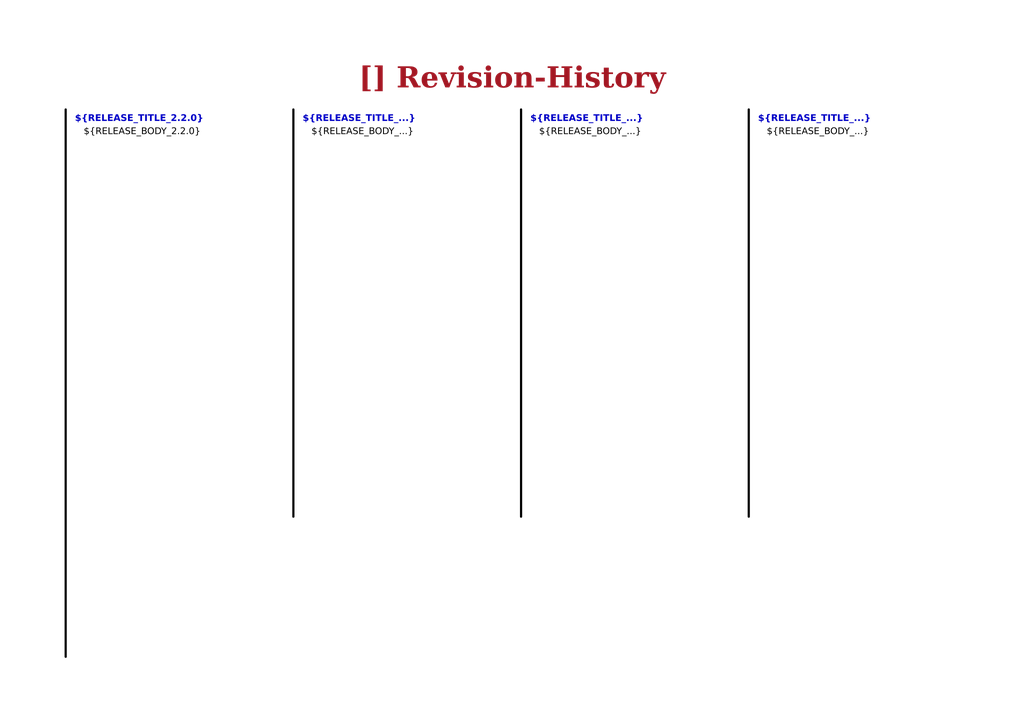
<source format=kicad_sch>
(kicad_sch
	(version 20250114)
	(generator "eeschema")
	(generator_version "9.0")
	(uuid "ea8c4f5e-7a49-4faf-a994-dbc85ed86b0a")
	(paper "A4")
	(title_block
		(title "Revision-History")
		(date "2025-07-13")
		(rev "${REVISION}")
		(company "${COMPANY}")
	)
	(lib_symbols)
	(text_box "${RELEASE_BODY_...}"
		(exclude_from_sim no)
		(at 220.98 35.56 0)
		(size 58.42 111.76)
		(margins 1.4287 1.4287 1.4287 1.4287)
		(stroke
			(width -0.0001)
			(type solid)
		)
		(fill
			(type none)
		)
		(effects
			(font
				(face "Arial")
				(size 1.905 1.905)
				(color 0 0 0 1)
			)
			(justify left top)
		)
		(uuid "0c062e2b-2be1-4307-b752-045c211787f4")
	)
	(text_box "[${#}] ${TITLE}"
		(exclude_from_sim no)
		(at 80.01 16.51 0)
		(size 137.16 12.7)
		(margins 4.4999 4.4999 4.4999 4.4999)
		(stroke
			(width -0.0001)
			(type default)
		)
		(fill
			(type none)
		)
		(effects
			(font
				(face "Times New Roman")
				(size 6 6)
				(thickness 1.2)
				(bold yes)
				(color 162 22 34 1)
			)
		)
		(uuid "20a0a094-ac98-46df-bdac-21d5721f7697")
	)
	(text_box "${RELEASE_BODY_2.2.0}"
		(exclude_from_sim no)
		(at 22.86 35.56 0)
		(size 58.42 146.05)
		(margins 1.4287 1.4287 1.4287 1.4287)
		(stroke
			(width -0.0001)
			(type solid)
		)
		(fill
			(type none)
		)
		(effects
			(font
				(face "Arial")
				(size 1.905 1.905)
				(color 0 0 0 1)
			)
			(justify left top)
		)
		(uuid "212b625e-4169-46f2-a2fc-afc6cbef07cd")
	)
	(text_box "${RELEASE_TITLE_...}"
		(exclude_from_sim no)
		(at 152.4 31.75 0)
		(size 57.15 7.62)
		(margins 1.4287 1.4287 1.4287 1.4287)
		(stroke
			(width -0.0001)
			(type solid)
		)
		(fill
			(type none)
		)
		(effects
			(font
				(face "Arial")
				(size 1.905 1.905)
				(thickness 0.254)
				(bold yes)
			)
			(justify left top)
		)
		(uuid "61447e65-3862-4ca7-a61e-5d8506cb38bb")
	)
	(text_box "${RELEASE_BODY_...}"
		(exclude_from_sim no)
		(at 154.94 35.56 0)
		(size 58.42 111.76)
		(margins 1.4287 1.4287 1.4287 1.4287)
		(stroke
			(width -0.0001)
			(type solid)
		)
		(fill
			(type none)
		)
		(effects
			(font
				(face "Arial")
				(size 1.905 1.905)
				(color 0 0 0 1)
			)
			(justify left top)
		)
		(uuid "8ad0acb7-8a2e-40a2-87c7-888a93359ccd")
	)
	(text_box "${RELEASE_BODY_...}"
		(exclude_from_sim no)
		(at 88.9 35.56 0)
		(size 57.15 105.41)
		(margins 1.4287 1.4287 1.4287 1.4287)
		(stroke
			(width -0.0001)
			(type solid)
		)
		(fill
			(type none)
		)
		(effects
			(font
				(face "Arial")
				(size 1.905 1.905)
				(color 0 0 0 1)
			)
			(justify left top)
		)
		(uuid "9af8400a-3034-4071-a364-608020db49d5")
	)
	(text_box "${RELEASE_TITLE_2.2.0}"
		(exclude_from_sim no)
		(at 20.32 31.75 0)
		(size 57.15 7.62)
		(margins 1.4287 1.4287 1.4287 1.4287)
		(stroke
			(width -0.0001)
			(type solid)
		)
		(fill
			(type none)
		)
		(effects
			(font
				(face "Arial")
				(size 1.905 1.905)
				(thickness 0.254)
				(bold yes)
			)
			(justify left top)
		)
		(uuid "d183a6b7-e8a2-46ec-8c3c-ec3041423bc1")
	)
	(text_box "${RELEASE_TITLE_...}"
		(exclude_from_sim no)
		(at 86.36 31.75 0)
		(size 57.15 7.62)
		(margins 1.4287 1.4287 1.4287 1.4287)
		(stroke
			(width -0.0001)
			(type solid)
		)
		(fill
			(type none)
		)
		(effects
			(font
				(face "Arial")
				(size 1.905 1.905)
				(thickness 0.254)
				(bold yes)
			)
			(justify left top)
		)
		(uuid "ed7f1ff6-56f6-4427-ab7f-2ffe27717c3d")
	)
	(text_box "${RELEASE_TITLE_...}"
		(exclude_from_sim no)
		(at 218.44 31.75 0)
		(size 57.15 7.62)
		(margins 1.4287 1.4287 1.4287 1.4287)
		(stroke
			(width -0.0001)
			(type solid)
		)
		(fill
			(type none)
		)
		(effects
			(font
				(face "Arial")
				(size 1.905 1.905)
				(thickness 0.254)
				(bold yes)
			)
			(justify left top)
		)
		(uuid "f47af890-f55a-44bf-b54f-b7df3adde008")
	)
	(polyline
		(pts
			(xy 85.09 31.75) (xy 85.09 149.86)
		)
		(stroke
			(width 0.635)
			(type default)
			(color 0 0 0 1)
		)
		(uuid "5f29c90a-4bd5-401c-a0f6-a99df09914f4")
	)
	(polyline
		(pts
			(xy 151.13 31.75) (xy 151.13 149.86)
		)
		(stroke
			(width 0.635)
			(type default)
			(color 0 0 0 1)
		)
		(uuid "a6b610d4-f09b-4d6e-ac67-0bb3d0e09fbe")
	)
	(polyline
		(pts
			(xy 19.05 31.75) (xy 19.05 190.5)
		)
		(stroke
			(width 0.635)
			(type default)
			(color 0 0 0 1)
		)
		(uuid "d98bd22a-837a-4b14-b8b1-ecc667696c58")
	)
	(polyline
		(pts
			(xy 217.17 31.75) (xy 217.17 149.86)
		)
		(stroke
			(width 0.635)
			(type default)
			(color 0 0 0 1)
		)
		(uuid "fe21cbb6-f53c-41a1-bc1c-520e82f71f78")
	)
)

</source>
